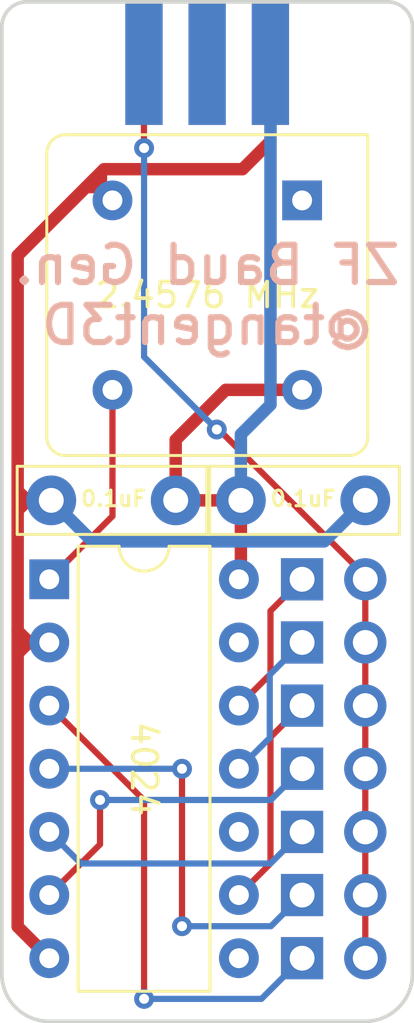
<source format=kicad_pcb>
(kicad_pcb (version 20171130) (host pcbnew "(5.1.12)-1")

  (general
    (thickness 1.6)
    (drawings 11)
    (tracks 85)
    (zones 0)
    (modules 6)
    (nets 16)
  )

  (page A4)
  (layers
    (0 F.Cu signal)
    (31 B.Cu signal)
    (32 B.Adhes user)
    (33 F.Adhes user)
    (34 B.Paste user)
    (35 F.Paste user)
    (36 B.SilkS user)
    (37 F.SilkS user)
    (38 B.Mask user)
    (39 F.Mask user)
    (40 Dwgs.User user)
    (41 Cmts.User user)
    (42 Eco1.User user)
    (43 Eco2.User user)
    (44 Edge.Cuts user)
    (45 Margin user)
    (46 B.CrtYd user)
    (47 F.CrtYd user)
    (48 B.Fab user)
    (49 F.Fab user)
  )

  (setup
    (last_trace_width 0.25)
    (trace_clearance 0.2)
    (zone_clearance 0.508)
    (zone_45_only no)
    (trace_min 0.2)
    (via_size 0.8)
    (via_drill 0.4)
    (via_min_size 0.4)
    (via_min_drill 0.3)
    (uvia_size 0.3)
    (uvia_drill 0.1)
    (uvias_allowed no)
    (uvia_min_size 0.2)
    (uvia_min_drill 0.1)
    (edge_width 0.05)
    (segment_width 0.2)
    (pcb_text_width 0.3)
    (pcb_text_size 1.5 1.5)
    (mod_edge_width 0.12)
    (mod_text_size 1 1)
    (mod_text_width 0.15)
    (pad_size 1.524 1.524)
    (pad_drill 0.762)
    (pad_to_mask_clearance 0)
    (aux_axis_origin 0 0)
    (grid_origin 105.330001 57.705001)
    (visible_elements 7FFFFFFF)
    (pcbplotparams
      (layerselection 0x010f0_ffffffff)
      (usegerberextensions true)
      (usegerberattributes false)
      (usegerberadvancedattributes false)
      (creategerberjobfile false)
      (excludeedgelayer true)
      (linewidth 0.100000)
      (plotframeref false)
      (viasonmask false)
      (mode 1)
      (useauxorigin false)
      (hpglpennumber 1)
      (hpglpenspeed 20)
      (hpglpendiameter 15.000000)
      (psnegative false)
      (psa4output false)
      (plotreference true)
      (plotvalue true)
      (plotinvisibletext false)
      (padsonsilk false)
      (subtractmaskfromsilk false)
      (outputformat 1)
      (mirror false)
      (drillshape 0)
      (scaleselection 1)
      (outputdirectory "C:/Users/nhull/Desktop/baudgen/"))
  )

  (net 0 "")
  (net 1 GND)
  (net 2 VCC)
  (net 3 "Net-(J1-Pad6)")
  (net 4 "Net-(J1-Pad4)")
  (net 5 CLOCK2)
  (net 6 "Net-(J1-Pad3)")
  (net 7 "Net-(U1-Pad1)")
  (net 8 "Net-(X1-Pad1)")
  (net 9 "Net-(J2-Pad1)")
  (net 10 "Net-(J2-Pad3)")
  (net 11 "Net-(J2-Pad5)")
  (net 12 "Net-(J2-Pad7)")
  (net 13 "Net-(J2-Pad9)")
  (net 14 "Net-(J2-Pad11)")
  (net 15 "Net-(J2-Pad13)")

  (net_class Default "This is the default net class."
    (clearance 0.2)
    (trace_width 0.25)
    (via_dia 0.8)
    (via_drill 0.4)
    (uvia_dia 0.3)
    (uvia_drill 0.1)
    (add_net CLOCK2)
    (add_net GND)
    (add_net "Net-(J1-Pad3)")
    (add_net "Net-(J1-Pad4)")
    (add_net "Net-(J1-Pad6)")
    (add_net "Net-(J2-Pad1)")
    (add_net "Net-(J2-Pad11)")
    (add_net "Net-(J2-Pad13)")
    (add_net "Net-(J2-Pad3)")
    (add_net "Net-(J2-Pad5)")
    (add_net "Net-(J2-Pad7)")
    (add_net "Net-(J2-Pad9)")
    (add_net "Net-(U1-Pad1)")
    (add_net "Net-(X1-Pad1)")
    (add_net VCC)
  )

  (module Baud_Generator:ZF_CPU_Control_Header (layer F.Cu) (tedit 6199E99E) (tstamp 618FDA23)
    (at 113.580001 59.155 180)
    (path /61973F40)
    (fp_text reference J1 (at 0 -5.08) (layer F.SilkS) hide
      (effects (font (size 1 1) (thickness 0.15)))
    )
    (fp_text value Conn_02x03_Odd_Even (at 0 4.318) (layer F.SilkS) hide
      (effects (font (size 1 1) (thickness 0.15)))
    )
    (pad 1 connect rect (at -2.54 0) (size 1.5 5) (layers F.Cu)
      (net 1 GND))
    (pad 3 connect rect (at 0 0) (size 1.5 5) (layers F.Cu)
      (net 6 "Net-(J1-Pad3)"))
    (pad 5 connect rect (at 2.54 0) (size 1.5 5) (layers F.Cu)
      (net 5 CLOCK2))
    (pad 2 connect rect (at -2.54 0) (size 1.5 5) (layers B.Cu)
      (net 2 VCC))
    (pad 4 connect rect (at 0 0) (size 1.5 5) (layers B.Cu)
      (net 4 "Net-(J1-Pad4)"))
    (pad 6 connect rect (at 2.54 0) (size 1.5 5) (layers B.Cu)
      (net 3 "Net-(J1-Pad6)"))
  )

  (module Connector_PinHeader_2.54mm:PinHeader_2x07_P2.54mm_Vertical (layer F.Cu) (tedit 6190B590) (tstamp 618FDA47)
    (at 117.395001 79.930001)
    (descr "Through hole straight pin header, 2x07, 2.54mm pitch, double rows")
    (tags "Through hole pin header THT 2x07 2.54mm double row")
    (path /618FC84C)
    (fp_text reference J2 (at 1.27 -2.33) (layer F.SilkS) hide
      (effects (font (size 1 1) (thickness 0.15)))
    )
    (fp_text value Conn_02x07_Odd_Even (at 1.27 17.57) (layer F.Fab) hide
      (effects (font (size 1 1) (thickness 0.15)))
    )
    (fp_line (start 4.35 -1.8) (end -1.8 -1.8) (layer F.CrtYd) (width 0.05))
    (fp_line (start 4.35 17.05) (end 4.35 -1.8) (layer F.CrtYd) (width 0.05))
    (fp_line (start -1.8 17.05) (end 4.35 17.05) (layer F.CrtYd) (width 0.05))
    (fp_line (start -1.8 -1.8) (end -1.8 17.05) (layer F.CrtYd) (width 0.05))
    (fp_line (start -1.27 0) (end 0 -1.27) (layer F.Fab) (width 0.1))
    (fp_line (start -1.27 16.51) (end -1.27 0) (layer F.Fab) (width 0.1))
    (fp_line (start 3.81 16.51) (end -1.27 16.51) (layer F.Fab) (width 0.1))
    (fp_line (start 3.81 -1.27) (end 3.81 16.51) (layer F.Fab) (width 0.1))
    (fp_line (start 0 -1.27) (end 3.81 -1.27) (layer F.Fab) (width 0.1))
    (fp_text user %R (at 1.27 7.62 90) (layer F.Fab)
      (effects (font (size 1 1) (thickness 0.15)))
    )
    (pad 1 thru_hole rect (at 0 0) (size 1.7 1.7) (drill 1) (layers *.Cu *.Mask)
      (net 9 "Net-(J2-Pad1)"))
    (pad 2 thru_hole oval (at 2.54 0) (size 1.7 1.7) (drill 1) (layers *.Cu *.Mask)
      (net 5 CLOCK2))
    (pad 3 thru_hole rect (at 0 2.54) (size 1.7 1.7) (drill 1) (layers *.Cu *.Mask)
      (net 10 "Net-(J2-Pad3)"))
    (pad 4 thru_hole oval (at 2.54 2.54) (size 1.7 1.7) (drill 1) (layers *.Cu *.Mask)
      (net 5 CLOCK2))
    (pad 5 thru_hole rect (at 0 5.08) (size 1.7 1.7) (drill 1) (layers *.Cu *.Mask)
      (net 11 "Net-(J2-Pad5)"))
    (pad 6 thru_hole oval (at 2.54 5.08) (size 1.7 1.7) (drill 1) (layers *.Cu *.Mask)
      (net 5 CLOCK2))
    (pad 7 thru_hole rect (at 0 7.62) (size 1.7 1.7) (drill 1) (layers *.Cu *.Mask)
      (net 12 "Net-(J2-Pad7)"))
    (pad 8 thru_hole oval (at 2.54 7.62) (size 1.7 1.7) (drill 1) (layers *.Cu *.Mask)
      (net 5 CLOCK2))
    (pad 9 thru_hole rect (at 0 10.16) (size 1.7 1.7) (drill 1) (layers *.Cu *.Mask)
      (net 13 "Net-(J2-Pad9)"))
    (pad 10 thru_hole oval (at 2.54 10.16) (size 1.7 1.7) (drill 1) (layers *.Cu *.Mask)
      (net 5 CLOCK2))
    (pad 11 thru_hole rect (at 0 12.7) (size 1.7 1.7) (drill 1) (layers *.Cu *.Mask)
      (net 14 "Net-(J2-Pad11)"))
    (pad 12 thru_hole oval (at 2.54 12.7) (size 1.7 1.7) (drill 1) (layers *.Cu *.Mask)
      (net 5 CLOCK2))
    (pad 13 thru_hole rect (at 0 15.24) (size 1.7 1.7) (drill 1) (layers *.Cu *.Mask)
      (net 15 "Net-(J2-Pad13)"))
    (pad 14 thru_hole oval (at 2.54 15.24) (size 1.7 1.7) (drill 1) (layers *.Cu *.Mask)
      (net 5 CLOCK2))
    (model ${KISYS3DMOD}/Connector_PinHeader_2.54mm.3dshapes/PinHeader_2x07_P2.54mm_Vertical.wrl
      (at (xyz 0 0 0))
      (scale (xyz 1 1 1))
      (rotate (xyz 0 0 0))
    )
  )

  (module Capacitor_THT:C_Disc_D7.5mm_W2.5mm_P5.00mm (layer F.Cu) (tedit 5AE50EF0) (tstamp 618FDA06)
    (at 112.315001 76.755001 180)
    (descr "C, Disc series, Radial, pin pitch=5.00mm, , diameter*width=7.5*2.5mm^2, Capacitor, http://www.vishay.com/docs/28535/vy2series.pdf")
    (tags "C Disc series Radial pin pitch 5.00mm  diameter 7.5mm width 2.5mm Capacitor")
    (path /618F9CE7)
    (fp_text reference 0.1uF (at 2.5 0.0675) (layer F.SilkS)
      (effects (font (size 0.625 0.625) (thickness 0.125)))
    )
    (fp_text value 0.1uF (at 2.5 2.5) (layer F.Fab) hide
      (effects (font (size 1 1) (thickness 0.15)))
    )
    (fp_line (start -1.25 -1.25) (end -1.25 1.25) (layer F.Fab) (width 0.1))
    (fp_line (start -1.25 1.25) (end 6.25 1.25) (layer F.Fab) (width 0.1))
    (fp_line (start 6.25 1.25) (end 6.25 -1.25) (layer F.Fab) (width 0.1))
    (fp_line (start 6.25 -1.25) (end -1.25 -1.25) (layer F.Fab) (width 0.1))
    (fp_line (start -1.37 -1.37) (end 6.37 -1.37) (layer F.SilkS) (width 0.12))
    (fp_line (start -1.37 1.37) (end 6.37 1.37) (layer F.SilkS) (width 0.12))
    (fp_line (start -1.37 -1.37) (end -1.37 1.37) (layer F.SilkS) (width 0.12))
    (fp_line (start 6.37 -1.37) (end 6.37 1.37) (layer F.SilkS) (width 0.12))
    (fp_line (start -1.5 -1.5) (end -1.5 1.5) (layer F.CrtYd) (width 0.05))
    (fp_line (start -1.5 1.5) (end 6.5 1.5) (layer F.CrtYd) (width 0.05))
    (fp_line (start 6.5 1.5) (end 6.5 -1.5) (layer F.CrtYd) (width 0.05))
    (fp_line (start 6.5 -1.5) (end -1.5 -1.5) (layer F.CrtYd) (width 0.05))
    (fp_text user %R (at 0.164999 0 270) (layer F.Fab)
      (effects (font (size 1 1) (thickness 0.15)))
    )
    (pad 2 thru_hole circle (at 5 0 180) (size 2 2) (drill 1) (layers *.Cu *.Mask)
      (net 1 GND))
    (pad 1 thru_hole circle (at 0 0 180) (size 2 2) (drill 1) (layers *.Cu *.Mask)
      (net 2 VCC))
    (model ${KISYS3DMOD}/Capacitor_THT.3dshapes/C_Disc_D7.5mm_W2.5mm_P5.00mm.wrl
      (at (xyz 0 0 0))
      (scale (xyz 1 1 1))
      (rotate (xyz 0 0 0))
    )
  )

  (module Capacitor_THT:C_Disc_D7.5mm_W2.5mm_P5.00mm (layer F.Cu) (tedit 5AE50EF0) (tstamp 618FDA19)
    (at 114.935001 76.755001)
    (descr "C, Disc series, Radial, pin pitch=5.00mm, , diameter*width=7.5*2.5mm^2, Capacitor, http://www.vishay.com/docs/28535/vy2series.pdf")
    (tags "C Disc series Radial pin pitch 5.00mm  diameter 7.5mm width 2.5mm Capacitor")
    (path /6192373D)
    (fp_text reference C2 (at 2.5 -2.5) (layer F.SilkS) hide
      (effects (font (size 1 1) (thickness 0.15)))
    )
    (fp_text value 0.1uF (at 2.5 2.5) (layer F.Fab) hide
      (effects (font (size 1 1) (thickness 0.15)))
    )
    (fp_line (start 6.5 -1.5) (end -1.5 -1.5) (layer F.CrtYd) (width 0.05))
    (fp_line (start 6.5 1.5) (end 6.5 -1.5) (layer F.CrtYd) (width 0.05))
    (fp_line (start -1.5 1.5) (end 6.5 1.5) (layer F.CrtYd) (width 0.05))
    (fp_line (start -1.5 -1.5) (end -1.5 1.5) (layer F.CrtYd) (width 0.05))
    (fp_line (start 6.37 -1.37) (end 6.37 1.37) (layer F.SilkS) (width 0.12))
    (fp_line (start -1.37 -1.37) (end -1.37 1.37) (layer F.SilkS) (width 0.12))
    (fp_line (start -1.37 1.37) (end 6.37 1.37) (layer F.SilkS) (width 0.12))
    (fp_line (start -1.37 -1.37) (end 6.37 -1.37) (layer F.SilkS) (width 0.12))
    (fp_line (start 6.25 -1.25) (end -1.25 -1.25) (layer F.Fab) (width 0.1))
    (fp_line (start 6.25 1.25) (end 6.25 -1.25) (layer F.Fab) (width 0.1))
    (fp_line (start -1.25 1.25) (end 6.25 1.25) (layer F.Fab) (width 0.1))
    (fp_line (start -1.25 -1.25) (end -1.25 1.25) (layer F.Fab) (width 0.1))
    (fp_text user 0.1uF (at 2.5 -0.0675) (layer F.SilkS)
      (effects (font (size 0.625 0.625) (thickness 0.125)))
    )
    (pad 1 thru_hole circle (at 0 0) (size 2 2) (drill 1) (layers *.Cu *.Mask)
      (net 2 VCC))
    (pad 2 thru_hole circle (at 5 0) (size 2 2) (drill 1) (layers *.Cu *.Mask)
      (net 1 GND))
    (model ${KISYS3DMOD}/Capacitor_THT.3dshapes/C_Disc_D7.5mm_W2.5mm_P5.00mm.wrl
      (at (xyz 0 0 0))
      (scale (xyz 1 1 1))
      (rotate (xyz 0 0 0))
    )
  )

  (module Package_DIP:DIP-14_W7.62mm (layer F.Cu) (tedit 5A02E8C5) (tstamp 618FDA69)
    (at 107.235001 79.930001)
    (descr "14-lead though-hole mounted DIP package, row spacing 7.62 mm (300 mils)")
    (tags "THT DIP DIL PDIP 2.54mm 7.62mm 300mil")
    (path /618F424F)
    (fp_text reference U1 (at 3.81 -2.33) (layer F.SilkS) hide
      (effects (font (size 1 1) (thickness 0.15)))
    )
    (fp_text value 4024 (at 3.81 17.57) (layer F.Fab) hide
      (effects (font (size 1 1) (thickness 0.15)))
    )
    (fp_line (start 1.635 -1.27) (end 6.985 -1.27) (layer F.Fab) (width 0.1))
    (fp_line (start 6.985 -1.27) (end 6.985 16.51) (layer F.Fab) (width 0.1))
    (fp_line (start 6.985 16.51) (end 0.635 16.51) (layer F.Fab) (width 0.1))
    (fp_line (start 0.635 16.51) (end 0.635 -0.27) (layer F.Fab) (width 0.1))
    (fp_line (start 0.635 -0.27) (end 1.635 -1.27) (layer F.Fab) (width 0.1))
    (fp_line (start 2.81 -1.33) (end 1.16 -1.33) (layer F.SilkS) (width 0.12))
    (fp_line (start 1.16 -1.33) (end 1.16 16.57) (layer F.SilkS) (width 0.12))
    (fp_line (start 1.16 16.57) (end 6.46 16.57) (layer F.SilkS) (width 0.12))
    (fp_line (start 6.46 16.57) (end 6.46 -1.33) (layer F.SilkS) (width 0.12))
    (fp_line (start 6.46 -1.33) (end 4.81 -1.33) (layer F.SilkS) (width 0.12))
    (fp_line (start -1.1 -1.55) (end -1.1 16.8) (layer F.CrtYd) (width 0.05))
    (fp_line (start -1.1 16.8) (end 8.7 16.8) (layer F.CrtYd) (width 0.05))
    (fp_line (start 8.7 16.8) (end 8.7 -1.55) (layer F.CrtYd) (width 0.05))
    (fp_line (start 8.7 -1.55) (end -1.1 -1.55) (layer F.CrtYd) (width 0.05))
    (fp_text user 4024 (at 3.81 7.62 270 unlocked) (layer F.SilkS)
      (effects (font (size 1 1) (thickness 0.15)))
    )
    (fp_arc (start 3.81 -1.33) (end 2.81 -1.33) (angle -180) (layer F.SilkS) (width 0.12))
    (pad 14 thru_hole oval (at 7.62 0) (size 1.6 1.6) (drill 0.8) (layers *.Cu *.Mask)
      (net 2 VCC))
    (pad 7 thru_hole oval (at 0 15.24) (size 1.6 1.6) (drill 0.8) (layers *.Cu *.Mask)
      (net 1 GND))
    (pad 13 thru_hole oval (at 7.62 2.54) (size 1.6 1.6) (drill 0.8) (layers *.Cu *.Mask))
    (pad 6 thru_hole oval (at 0 12.7) (size 1.6 1.6) (drill 0.8) (layers *.Cu *.Mask)
      (net 12 "Net-(J2-Pad7)"))
    (pad 12 thru_hole oval (at 7.62 5.08) (size 1.6 1.6) (drill 0.8) (layers *.Cu *.Mask)
      (net 9 "Net-(J2-Pad1)"))
    (pad 5 thru_hole oval (at 0 10.16) (size 1.6 1.6) (drill 0.8) (layers *.Cu *.Mask)
      (net 13 "Net-(J2-Pad9)"))
    (pad 11 thru_hole oval (at 7.62 7.62) (size 1.6 1.6) (drill 0.8) (layers *.Cu *.Mask)
      (net 10 "Net-(J2-Pad3)"))
    (pad 4 thru_hole oval (at 0 7.62) (size 1.6 1.6) (drill 0.8) (layers *.Cu *.Mask)
      (net 14 "Net-(J2-Pad11)"))
    (pad 10 thru_hole oval (at 7.62 10.16) (size 1.6 1.6) (drill 0.8) (layers *.Cu *.Mask))
    (pad 3 thru_hole oval (at 0 5.08) (size 1.6 1.6) (drill 0.8) (layers *.Cu *.Mask)
      (net 15 "Net-(J2-Pad13)"))
    (pad 9 thru_hole oval (at 7.62 12.7) (size 1.6 1.6) (drill 0.8) (layers *.Cu *.Mask)
      (net 11 "Net-(J2-Pad5)"))
    (pad 2 thru_hole oval (at 0 2.54) (size 1.6 1.6) (drill 0.8) (layers *.Cu *.Mask)
      (net 1 GND))
    (pad 8 thru_hole oval (at 7.62 15.24) (size 1.6 1.6) (drill 0.8) (layers *.Cu *.Mask))
    (pad 1 thru_hole rect (at 0 0) (size 1.6 1.6) (drill 0.8) (layers *.Cu *.Mask)
      (net 7 "Net-(U1-Pad1)"))
    (model ${KISYS3DMOD}/Package_DIP.3dshapes/DIP-14_W7.62mm.wrl
      (at (xyz 0 0 0))
      (scale (xyz 1 1 1))
      (rotate (xyz 0 0 0))
    )
  )

  (module Oscillator:Oscillator_DIP-8 (layer F.Cu) (tedit 58CD3344) (tstamp 618FDA8B)
    (at 117.395001 64.690001 180)
    (descr "Oscillator, DIP8,http://cdn-reichelt.de/documents/datenblatt/B400/OSZI.pdf")
    (tags oscillator)
    (path /618F6E99)
    (fp_text reference X1 (at 3.81 -11.26) (layer F.SilkS) hide
      (effects (font (size 1 1) (thickness 0.15)))
    )
    (fp_text value "2.4576 MHz" (at 3.815 3.74) (layer F.Fab) hide
      (effects (font (size 1 1) (thickness 0.15)))
    )
    (fp_line (start -2.54 2.54) (end -2.54 -9.51) (layer F.Fab) (width 0.1))
    (fp_line (start -1.89 -10.16) (end 9.51 -10.16) (layer F.Fab) (width 0.1))
    (fp_line (start 10.16 -9.51) (end 10.16 1.89) (layer F.Fab) (width 0.1))
    (fp_line (start -2.54 2.54) (end 9.51 2.54) (layer F.Fab) (width 0.1))
    (fp_line (start -2.64 2.64) (end 9.51 2.64) (layer F.SilkS) (width 0.12))
    (fp_line (start 10.26 1.89) (end 10.26 -9.51) (layer F.SilkS) (width 0.12))
    (fp_line (start 9.51 -10.26) (end -1.89 -10.26) (layer F.SilkS) (width 0.12))
    (fp_line (start -2.64 -9.51) (end -2.64 2.64) (layer F.SilkS) (width 0.12))
    (fp_line (start -1.54 1.54) (end 8.81 1.54) (layer F.Fab) (width 0.1))
    (fp_line (start -1.54 1.54) (end -1.54 -8.81) (layer F.Fab) (width 0.1))
    (fp_line (start -1.19 -9.16) (end 8.81 -9.16) (layer F.Fab) (width 0.1))
    (fp_line (start 9.16 1.19) (end 9.16 -8.81) (layer F.Fab) (width 0.1))
    (fp_line (start -2.79 2.79) (end 10.41 2.79) (layer F.CrtYd) (width 0.05))
    (fp_line (start -2.79 -10.41) (end -2.79 2.79) (layer F.CrtYd) (width 0.05))
    (fp_line (start 10.41 -10.41) (end -2.79 -10.41) (layer F.CrtYd) (width 0.05))
    (fp_line (start 10.41 2.79) (end 10.41 -10.41) (layer F.CrtYd) (width 0.05))
    (fp_text user "2.4576 MHz" (at 3.81 -3.81 180) (layer F.SilkS)
      (effects (font (size 1 1) (thickness 0.15)))
    )
    (fp_arc (start 8.81 1.19) (end 9.16 1.19) (angle 90) (layer F.Fab) (width 0.1))
    (fp_arc (start 8.81 -8.81) (end 8.81 -9.16) (angle 90) (layer F.Fab) (width 0.1))
    (fp_arc (start -1.19 -8.81) (end -1.54 -8.81) (angle 90) (layer F.Fab) (width 0.1))
    (fp_arc (start 9.51 1.89) (end 10.26 1.89) (angle 90) (layer F.SilkS) (width 0.12))
    (fp_arc (start 9.51 -9.51) (end 9.51 -10.26) (angle 90) (layer F.SilkS) (width 0.12))
    (fp_arc (start -1.89 -9.51) (end -2.64 -9.51) (angle 90) (layer F.SilkS) (width 0.12))
    (fp_arc (start 9.51 1.89) (end 10.16 1.89) (angle 90) (layer F.Fab) (width 0.1))
    (fp_arc (start 9.51 -9.51) (end 9.51 -10.16) (angle 90) (layer F.Fab) (width 0.1))
    (fp_arc (start -1.89 -9.51) (end -2.54 -9.51) (angle 90) (layer F.Fab) (width 0.1))
    (pad 1 thru_hole rect (at 0 0 180) (size 1.6 1.6) (drill 0.8) (layers *.Cu *.Mask)
      (net 8 "Net-(X1-Pad1)"))
    (pad 8 thru_hole circle (at 0 -7.62 180) (size 1.6 1.6) (drill 0.8) (layers *.Cu *.Mask)
      (net 2 VCC))
    (pad 5 thru_hole circle (at 7.62 -7.62 180) (size 1.6 1.6) (drill 0.8) (layers *.Cu *.Mask)
      (net 7 "Net-(U1-Pad1)"))
    (pad 4 thru_hole circle (at 7.62 0 180) (size 1.6 1.6) (drill 0.8) (layers *.Cu *.Mask)
      (net 1 GND))
    (model ${KISYS3DMOD}/Oscillator.3dshapes/Oscillator_DIP-8.wrl
      (at (xyz 0 0 0))
      (scale (xyz 1 1 1))
      (rotate (xyz 0 0 0))
    )
  )

  (gr_arc (start 120.830001 57.705001) (end 121.830001 57.705001) (angle -90) (layer Edge.Cuts) (width 0.15) (tstamp 619A57D5))
  (gr_arc (start 106.330001 57.705001) (end 106.330001 56.705001) (angle -90) (layer Edge.Cuts) (width 0.15))
  (gr_text "ZF Baud Gen.\n@tangent3D" (at 113.585001 68.500001) (layer B.SilkS) (tstamp 61916447)
    (effects (font (size 1.5 1.5) (thickness 0.25)) (justify mirror))
  )
  (gr_arc (start 107.235001 95.805001) (end 105.330001 95.805001) (angle -90) (layer Edge.Cuts) (width 0.15))
  (gr_arc (start 119.925001 95.805001) (end 119.925001 97.710001) (angle -90) (layer Edge.Cuts) (width 0.15))
  (gr_poly (pts (xy 121.840001 61.455001) (xy 105.330001 61.455001) (xy 105.330001 56.705001) (xy 121.840001 56.705001)) (layer B.Mask) (width 0.1) (tstamp 618FF951))
  (gr_poly (pts (xy 121.825001 61.455001) (xy 105.315001 61.455001) (xy 105.320001 56.705001) (xy 121.830001 56.705001)) (layer F.Mask) (width 0.1))
  (gr_line (start 105.330001 57.705001) (end 105.330001 95.805001) (layer Edge.Cuts) (width 0.15) (tstamp 618FF5FE))
  (gr_line (start 120.830001 56.705001) (end 106.330001 56.705001) (layer Edge.Cuts) (width 0.15))
  (gr_line (start 121.830001 95.805001) (end 121.830001 57.705001) (layer Edge.Cuts) (width 0.15))
  (gr_line (start 107.235001 97.710001) (end 119.925001 97.710001) (layer Edge.Cuts) (width 0.15))

  (segment (start 107.315001 76.755001) (end 105.965001 76.755001) (width 0.5) (layer F.Cu) (net 1))
  (segment (start 106.345001 76.755001) (end 105.965001 76.375001) (width 0.5) (layer F.Cu) (net 1))
  (segment (start 107.315001 76.755001) (end 106.345001 76.755001) (width 0.5) (layer F.Cu) (net 1))
  (segment (start 106.365001 76.755001) (end 105.965001 77.155001) (width 0.5) (layer F.Cu) (net 1))
  (segment (start 107.315001 76.755001) (end 106.365001 76.755001) (width 0.5) (layer F.Cu) (net 1))
  (segment (start 105.965001 77.155001) (end 105.965001 76.375001) (width 0.5) (layer F.Cu) (net 1))
  (segment (start 105.965001 93.900001) (end 107.235001 95.170001) (width 0.5) (layer F.Cu) (net 1))
  (segment (start 107.235001 82.470001) (end 105.965001 82.470001) (width 0.5) (layer F.Cu) (net 1))
  (segment (start 106.430001 82.470001) (end 105.965001 82.005001) (width 0.5) (layer F.Cu) (net 1))
  (segment (start 107.235001 82.470001) (end 106.430001 82.470001) (width 0.5) (layer F.Cu) (net 1))
  (segment (start 105.965001 77.155001) (end 105.965001 82.005001) (width 0.5) (layer F.Cu) (net 1))
  (segment (start 106.410001 82.470001) (end 105.965001 82.915001) (width 0.5) (layer F.Cu) (net 1))
  (segment (start 105.965001 82.915001) (end 105.965001 93.900001) (width 0.5) (layer F.Cu) (net 1))
  (segment (start 107.235001 82.470001) (end 106.410001 82.470001) (width 0.5) (layer F.Cu) (net 1))
  (segment (start 105.965001 82.005001) (end 105.965001 82.915001) (width 0.5) (layer F.Cu) (net 1))
  (segment (start 105.965001 76.375001) (end 105.965001 66.905001) (width 0.5) (layer F.Cu) (net 1))
  (segment (start 105.965001 66.905001) (end 108.715001 64.155001) (width 0.5) (layer F.Cu) (net 1))
  (segment (start 108.715001 64.155001) (end 108.980001 63.890001) (width 0.5) (layer F.Cu) (net 1))
  (segment (start 109.775001 64.685001) (end 108.980001 63.890001) (width 0.5) (layer F.Cu) (net 1))
  (segment (start 109.225001 64.140001) (end 109.775001 64.690001) (width 0.5) (layer F.Cu) (net 1))
  (segment (start 109.240001 64.155001) (end 109.775001 64.690001) (width 0.5) (layer F.Cu) (net 1))
  (segment (start 108.715001 64.155001) (end 109.240001 64.155001) (width 0.5) (layer F.Cu) (net 1))
  (segment (start 118.285001 78.405001) (end 119.935001 76.755001) (width 0.5) (layer B.Cu) (net 1))
  (segment (start 108.965001 78.405001) (end 118.285001 78.405001) (width 0.5) (layer B.Cu) (net 1))
  (segment (start 107.315001 76.755001) (end 108.965001 78.405001) (width 0.5) (layer B.Cu) (net 1))
  (segment (start 116.125001 62.310001) (end 115.000001 63.435001) (width 0.5) (layer F.Cu) (net 1))
  (segment (start 115.000001 63.435001) (end 109.435001 63.435001) (width 0.5) (layer F.Cu) (net 1))
  (segment (start 116.125001 60.29) (end 116.125001 62.310001) (width 0.5) (layer F.Cu) (net 1))
  (segment (start 108.980001 63.890001) (end 109.435001 63.435001) (width 0.5) (layer F.Cu) (net 1))
  (segment (start 109.435001 64.350001) (end 109.775001 64.690001) (width 0.25) (layer F.Cu) (net 1))
  (segment (start 109.435001 63.435001) (end 109.435001 64.350001) (width 0.25) (layer F.Cu) (net 1))
  (segment (start 114.855001 76.675001) (end 114.935001 76.755001) (width 0.5) (layer F.Cu) (net 2))
  (segment (start 114.935001 79.850001) (end 114.855001 79.930001) (width 0.5) (layer F.Cu) (net 2))
  (segment (start 114.935001 76.755001) (end 114.935001 79.850001) (width 0.5) (layer F.Cu) (net 2))
  (segment (start 112.315001 76.755001) (end 114.935001 76.755001) (width 0.5) (layer F.Cu) (net 2))
  (segment (start 114.982001 76.708001) (end 114.935001 76.755001) (width 0.25) (layer B.Cu) (net 2))
  (segment (start 114.935001 76.661001) (end 114.982001 76.708001) (width 0.5) (layer B.Cu) (net 2))
  (segment (start 116.125001 72.910001) (end 114.935001 74.100001) (width 0.5) (layer B.Cu) (net 2))
  (segment (start 114.935001 74.100001) (end 114.935001 76.661001) (width 0.5) (layer B.Cu) (net 2))
  (segment (start 116.125001 59.705001) (end 116.125001 72.910001) (width 0.5) (layer B.Cu) (net 2))
  (segment (start 114.325001 72.310001) (end 117.395001 72.310001) (width 0.5) (layer F.Cu) (net 2))
  (segment (start 112.315001 74.320001) (end 114.325001 72.310001) (width 0.5) (layer F.Cu) (net 2))
  (segment (start 112.315001 76.755001) (end 112.315001 74.320001) (width 0.5) (layer F.Cu) (net 2))
  (segment (start 119.935001 79.930001) (end 119.935001 95.170001) (width 0.25) (layer F.Cu) (net 5))
  (segment (start 119.935001 79.325001) (end 119.935001 79.930001) (width 0.25) (layer F.Cu) (net 5))
  (via (at 113.966001 73.905001) (size 0.8) (drill 0.4) (layers F.Cu B.Cu) (net 5))
  (via (at 111.045001 62.585001) (size 0.8) (drill 0.4) (layers F.Cu B.Cu) (net 5))
  (segment (start 111.040001 62.580001) (end 111.045001 62.585001) (width 0.25) (layer F.Cu) (net 5))
  (segment (start 111.040001 59.155) (end 111.040001 62.580001) (width 0.25) (layer F.Cu) (net 5))
  (segment (start 114.102003 73.961001) (end 113.966001 73.961001) (width 0.25) (layer F.Cu) (net 5))
  (segment (start 119.935001 79.793999) (end 114.102003 73.961001) (width 0.25) (layer F.Cu) (net 5))
  (segment (start 119.935001 79.930001) (end 119.935001 79.793999) (width 0.25) (layer F.Cu) (net 5))
  (segment (start 111.045001 70.984001) (end 111.045001 62.404001) (width 0.25) (layer B.Cu) (net 5))
  (segment (start 113.966001 73.905001) (end 111.045001 70.984001) (width 0.25) (layer B.Cu) (net 5))
  (segment (start 113.966001 73.955001) (end 113.966001 73.905001) (width 0.25) (layer B.Cu) (net 5))
  (segment (start 109.775001 77.390001) (end 107.235001 79.930001) (width 0.25) (layer F.Cu) (net 7))
  (segment (start 109.775001 72.310001) (end 109.775001 77.390001) (width 0.25) (layer F.Cu) (net 7))
  (segment (start 116.125001 83.740001) (end 114.855001 85.010001) (width 0.25) (layer F.Cu) (net 9))
  (segment (start 116.125001 81.200001) (end 116.125001 83.740001) (width 0.25) (layer F.Cu) (net 9))
  (segment (start 117.395001 79.930001) (end 116.125001 81.200001) (width 0.25) (layer F.Cu) (net 9))
  (segment (start 116.095001 83.770001) (end 117.395001 82.470001) (width 0.25) (layer B.Cu) (net 10))
  (segment (start 116.095001 86.310001) (end 116.095001 83.770001) (width 0.25) (layer B.Cu) (net 10))
  (segment (start 114.855001 87.550001) (end 116.095001 86.310001) (width 0.25) (layer B.Cu) (net 10))
  (segment (start 116.125001 86.280001) (end 117.395001 85.010001) (width 0.25) (layer F.Cu) (net 11))
  (segment (start 116.125001 91.360001) (end 116.125001 86.280001) (width 0.25) (layer F.Cu) (net 11))
  (segment (start 114.855001 92.630001) (end 116.125001 91.360001) (width 0.25) (layer F.Cu) (net 11))
  (via (at 109.275001 88.805001) (size 0.8) (drill 0.4) (layers F.Cu B.Cu) (net 12))
  (segment (start 109.275001 90.590001) (end 107.235001 92.630001) (width 0.25) (layer F.Cu) (net 12))
  (segment (start 109.275001 88.805001) (end 109.275001 90.590001) (width 0.25) (layer F.Cu) (net 12))
  (segment (start 116.140001 88.805001) (end 117.395001 87.550001) (width 0.25) (layer B.Cu) (net 12))
  (segment (start 109.275001 88.805001) (end 116.140001 88.805001) (width 0.25) (layer B.Cu) (net 12))
  (segment (start 116.125001 91.360001) (end 117.395001 90.090001) (width 0.25) (layer B.Cu) (net 13))
  (segment (start 108.505001 91.360001) (end 116.125001 91.360001) (width 0.25) (layer B.Cu) (net 13))
  (segment (start 107.235001 90.090001) (end 108.505001 91.360001) (width 0.25) (layer B.Cu) (net 13))
  (via (at 112.569001 87.550001) (size 0.8) (drill 0.4) (layers F.Cu B.Cu) (net 14))
  (via (at 112.569001 93.883001) (size 0.8) (drill 0.4) (layers F.Cu B.Cu) (net 14))
  (segment (start 112.569001 87.550001) (end 112.569001 93.773001) (width 0.25) (layer F.Cu) (net 14))
  (segment (start 107.235001 87.550001) (end 112.569001 87.550001) (width 0.25) (layer B.Cu) (net 14))
  (segment (start 116.142001 93.883001) (end 112.679001 93.883001) (width 0.25) (layer B.Cu) (net 14))
  (segment (start 117.395001 92.630001) (end 116.142001 93.883001) (width 0.25) (layer B.Cu) (net 14))
  (via (at 111.045001 96.805001) (size 0.8) (drill 0.4) (layers F.Cu B.Cu) (net 15))
  (segment (start 111.045001 88.820001) (end 111.045001 96.805001) (width 0.25) (layer F.Cu) (net 15))
  (segment (start 107.235001 85.010001) (end 111.045001 88.820001) (width 0.25) (layer F.Cu) (net 15))
  (segment (start 115.760001 96.805001) (end 111.045001 96.805001) (width 0.25) (layer B.Cu) (net 15))
  (segment (start 117.395001 95.170001) (end 115.760001 96.805001) (width 0.25) (layer B.Cu) (net 15))

)

</source>
